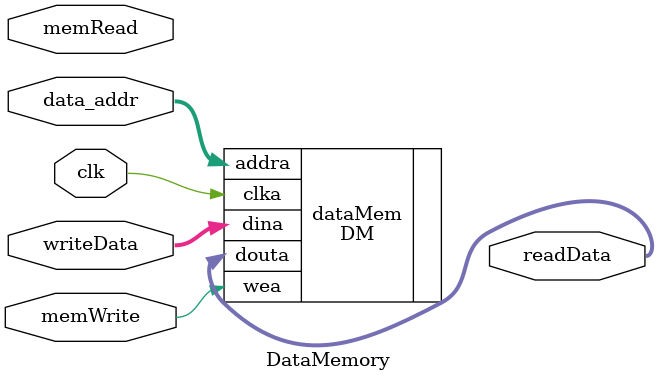
<source format=v>
`timescale 1ns / 1ps
module DataMemory(
   input clk,
	input  memWrite,	// write data to data memory 
	input memRead,
	input [9 : 0] data_addr,		// data address	
	input [31 : 0] writeData,			
	output [31 : 0] readData
	//output slo_clk
    );
	


	
	DM dataMem (.clka(clk),.wea(memWrite),.addra(data_addr),.dina(writeData),.douta(readData)); 
	
	
endmodule
</source>
